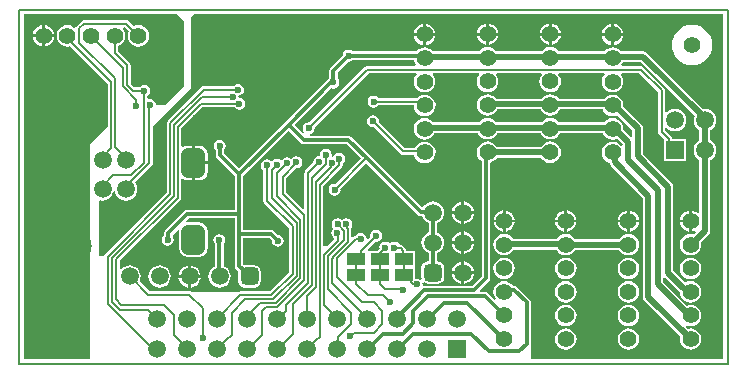
<source format=gbl>
G04*
G04 #@! TF.GenerationSoftware,Altium Limited,Altium Designer,20.1.14 (287)*
G04*
G04 Layer_Physical_Order=2*
G04 Layer_Color=16711680*
%FSLAX43Y43*%
%MOMM*%
G71*
G04*
G04 #@! TF.SameCoordinates,57FBA87C-952B-4BE3-A4A2-45651AB0BD6E*
G04*
G04*
G04 #@! TF.FilePolarity,Positive*
G04*
G01*
G75*
%ADD10C,0.200*%
%ADD26C,1.500*%
%ADD44C,0.500*%
%ADD45C,0.300*%
G04:AMPARAMS|DCode=47|XSize=2mm|YSize=2.5mm|CornerRadius=0.5mm|HoleSize=0mm|Usage=FLASHONLY|Rotation=180.000|XOffset=0mm|YOffset=0mm|HoleType=Round|Shape=RoundedRectangle|*
%AMROUNDEDRECTD47*
21,1,2.000,1.500,0,0,180.0*
21,1,1.000,2.500,0,0,180.0*
1,1,1.000,-0.500,0.750*
1,1,1.000,0.500,0.750*
1,1,1.000,0.500,-0.750*
1,1,1.000,-0.500,-0.750*
%
%ADD47ROUNDEDRECTD47*%
%ADD48C,1.400*%
%ADD49R,1.500X1.500*%
G04:AMPARAMS|DCode=50|XSize=1.5mm|YSize=1.5mm|CornerRadius=0.375mm|HoleSize=0mm|Usage=FLASHONLY|Rotation=90.000|XOffset=0mm|YOffset=0mm|HoleType=Round|Shape=RoundedRectangle|*
%AMROUNDEDRECTD50*
21,1,1.500,0.750,0,0,90.0*
21,1,0.750,1.500,0,0,90.0*
1,1,0.750,0.375,0.375*
1,1,0.750,0.375,-0.375*
1,1,0.750,-0.375,-0.375*
1,1,0.750,-0.375,0.375*
%
%ADD50ROUNDEDRECTD50*%
%ADD51R,1.500X1.500*%
G04:AMPARAMS|DCode=52|XSize=1.5mm|YSize=1.5mm|CornerRadius=0.375mm|HoleSize=0mm|Usage=FLASHONLY|Rotation=180.000|XOffset=0mm|YOffset=0mm|HoleType=Round|Shape=RoundedRectangle|*
%AMROUNDEDRECTD52*
21,1,1.500,0.750,0,0,180.0*
21,1,0.750,1.500,0,0,180.0*
1,1,0.750,-0.375,0.375*
1,1,0.750,0.375,0.375*
1,1,0.750,0.375,-0.375*
1,1,0.750,-0.375,-0.375*
%
%ADD52ROUNDEDRECTD52*%
%ADD53C,3.500*%
%ADD54C,5.000*%
%ADD55C,0.600*%
%ADD56R,1.500X1.000*%
G36*
X14000Y29000D02*
X14000Y23550D01*
X12400Y21950D01*
X11605Y21950D01*
X11571Y22120D01*
X11460Y22285D01*
X11295Y22396D01*
X11100Y22435D01*
X11008Y22416D01*
X10881Y22521D01*
Y22670D01*
X10985Y22740D01*
X11096Y22905D01*
X11135Y23100D01*
X11096Y23295D01*
X10985Y23460D01*
X10820Y23571D01*
X10625Y23610D01*
X10430Y23571D01*
X10265Y23460D01*
X10245Y23431D01*
X9761D01*
X9456Y23736D01*
Y25275D01*
X9433Y25392D01*
X9366Y25491D01*
X8406Y26452D01*
Y26928D01*
X8554Y26989D01*
X8742Y27133D01*
X8886Y27321D01*
X8977Y27540D01*
X9008Y27775D01*
X8977Y28010D01*
X8886Y28229D01*
X8784Y28362D01*
X8835Y28471D01*
X8960Y28483D01*
X9284Y28158D01*
X9223Y28010D01*
X9192Y27775D01*
X9223Y27540D01*
X9314Y27321D01*
X9458Y27133D01*
X9646Y26989D01*
X9865Y26898D01*
X10100Y26867D01*
X10335Y26898D01*
X10554Y26989D01*
X10742Y27133D01*
X10886Y27321D01*
X10977Y27540D01*
X11008Y27775D01*
X10977Y28010D01*
X10886Y28229D01*
X10742Y28417D01*
X10554Y28561D01*
X10335Y28652D01*
X10100Y28683D01*
X9865Y28652D01*
X9717Y28591D01*
X9291Y29016D01*
X9192Y29083D01*
X9075Y29106D01*
X9075Y29106D01*
X5525D01*
X5408Y29083D01*
X5309Y29016D01*
X5309Y29016D01*
X4909Y28616D01*
X4842Y28517D01*
X4838Y28497D01*
X4823Y28484D01*
X4699Y28449D01*
X4554Y28561D01*
X4335Y28652D01*
X4100Y28683D01*
X3865Y28652D01*
X3646Y28561D01*
X3458Y28417D01*
X3314Y28229D01*
X3223Y28010D01*
X3192Y27775D01*
X3223Y27540D01*
X3314Y27321D01*
X3458Y27133D01*
X3646Y26989D01*
X3865Y26898D01*
X4100Y26867D01*
X4335Y26898D01*
X4342Y26901D01*
X7519Y23723D01*
Y20084D01*
X6025Y18579D01*
X6025Y525D01*
X5908Y408D01*
X408D01*
Y29592D01*
X13408D01*
X14000Y29000D01*
D02*
G37*
G36*
X33473Y25665D02*
X33564Y25446D01*
X33632Y25358D01*
X33569Y25231D01*
X29500D01*
X29500Y25231D01*
X29383Y25208D01*
X29284Y25141D01*
X24589Y20447D01*
X24525Y20460D01*
X24330Y20421D01*
X24165Y20310D01*
X24054Y20145D01*
X24015Y19950D01*
X24054Y19755D01*
X24154Y19605D01*
X24055Y19524D01*
X23326Y20254D01*
X26428Y23356D01*
X26430Y23354D01*
X26625Y23315D01*
X26820Y23354D01*
X26985Y23465D01*
X27096Y23630D01*
X27135Y23825D01*
X27096Y24020D01*
X26985Y24185D01*
X26982Y24188D01*
Y24677D01*
X27898Y25593D01*
X27913Y25590D01*
X28108Y25629D01*
X28273Y25740D01*
X28275Y25743D01*
X33463D01*
X33473Y25665D01*
D02*
G37*
G36*
X59592Y408D02*
X43325D01*
Y1531D01*
X43330Y1538D01*
X43357Y1675D01*
Y5200D01*
X43330Y5337D01*
X43325Y5344D01*
Y5350D01*
X43321D01*
X43252Y5452D01*
X42202Y6502D01*
X42087Y6580D01*
X41950Y6607D01*
X41820D01*
X41717Y6742D01*
X41529Y6886D01*
X41310Y6977D01*
X41075Y7008D01*
X40840Y6977D01*
X40621Y6886D01*
X40433Y6742D01*
X40289Y6554D01*
X40198Y6335D01*
X40167Y6100D01*
X40198Y5865D01*
X40289Y5646D01*
X40364Y5548D01*
X40315Y5403D01*
X40265Y5390D01*
X39677Y5977D01*
X39562Y6055D01*
X39425Y6082D01*
X39052D01*
X39004Y6199D01*
X39802Y6998D01*
X39880Y7113D01*
X39907Y7250D01*
Y17048D01*
X39910Y17048D01*
X40129Y17139D01*
X40317Y17283D01*
X40457Y17466D01*
X44193D01*
X44333Y17283D01*
X44521Y17139D01*
X44740Y17048D01*
X44975Y17017D01*
X45210Y17048D01*
X45429Y17139D01*
X45617Y17283D01*
X45761Y17471D01*
X45852Y17690D01*
X45883Y17925D01*
X45852Y18160D01*
X45761Y18379D01*
X45617Y18567D01*
X45429Y18711D01*
X45210Y18802D01*
X44975Y18833D01*
X44740Y18802D01*
X44521Y18711D01*
X44333Y18567D01*
X44193Y18384D01*
X40457D01*
X40317Y18567D01*
X40129Y18711D01*
X39910Y18802D01*
X39675Y18833D01*
X39440Y18802D01*
X39221Y18711D01*
X39033Y18567D01*
X38889Y18379D01*
X38798Y18160D01*
X38767Y17925D01*
X38798Y17690D01*
X38889Y17471D01*
X39033Y17283D01*
X39193Y17160D01*
Y7398D01*
X38377Y6582D01*
X34325D01*
X34284Y6574D01*
X34176Y6682D01*
X34185Y6725D01*
X34157Y6863D01*
X34168Y6873D01*
X34274Y6926D01*
X34436Y6818D01*
X34660Y6774D01*
X35410D01*
X35634Y6818D01*
X35825Y6945D01*
X35952Y7136D01*
X35996Y7360D01*
Y8110D01*
X35952Y8334D01*
X35825Y8525D01*
X35634Y8652D01*
X35410Y8696D01*
X35407D01*
Y9401D01*
X35514Y9445D01*
X35713Y9597D01*
X35865Y9796D01*
X35961Y10027D01*
X35993Y10275D01*
X35961Y10523D01*
X35865Y10754D01*
X35713Y10953D01*
X35514Y11105D01*
X35407Y11149D01*
Y11941D01*
X35514Y11985D01*
X35713Y12137D01*
X35865Y12336D01*
X35961Y12567D01*
X35993Y12815D01*
X35961Y13063D01*
X35865Y13294D01*
X35713Y13493D01*
X35514Y13645D01*
X35283Y13741D01*
X35035Y13773D01*
X34787Y13741D01*
X34556Y13645D01*
X34357Y13493D01*
X34231Y13328D01*
X34084Y13296D01*
X29715Y17665D01*
X28152Y19227D01*
X28037Y19305D01*
X27900Y19332D01*
X24631D01*
X24619Y19459D01*
X24720Y19479D01*
X24885Y19590D01*
X24996Y19755D01*
X25035Y19950D01*
X25022Y20014D01*
X29627Y24619D01*
X33607D01*
X33670Y24492D01*
X33564Y24354D01*
X33473Y24135D01*
X33442Y23900D01*
X33473Y23665D01*
X33564Y23446D01*
X33708Y23258D01*
X33896Y23114D01*
X34115Y23023D01*
X34350Y22992D01*
X34585Y23023D01*
X34804Y23114D01*
X34992Y23258D01*
X35136Y23446D01*
X35227Y23665D01*
X35258Y23900D01*
X35227Y24135D01*
X35136Y24354D01*
X35030Y24492D01*
X35093Y24619D01*
X38913D01*
X38976Y24492D01*
X38889Y24379D01*
X38798Y24160D01*
X38767Y23925D01*
X38798Y23690D01*
X38889Y23471D01*
X39033Y23283D01*
X39221Y23139D01*
X39440Y23048D01*
X39675Y23017D01*
X39910Y23048D01*
X40129Y23139D01*
X40317Y23283D01*
X40461Y23471D01*
X40552Y23690D01*
X40583Y23925D01*
X40552Y24160D01*
X40461Y24379D01*
X40374Y24492D01*
X40437Y24619D01*
X44213D01*
X44276Y24492D01*
X44189Y24379D01*
X44098Y24160D01*
X44067Y23925D01*
X44098Y23690D01*
X44189Y23471D01*
X44333Y23283D01*
X44521Y23139D01*
X44740Y23048D01*
X44975Y23017D01*
X45210Y23048D01*
X45429Y23139D01*
X45617Y23283D01*
X45761Y23471D01*
X45852Y23690D01*
X45883Y23925D01*
X45852Y24160D01*
X45761Y24379D01*
X45674Y24492D01*
X45737Y24619D01*
X49532D01*
X49595Y24492D01*
X49489Y24354D01*
X49398Y24135D01*
X49367Y23900D01*
X49398Y23665D01*
X49489Y23446D01*
X49633Y23258D01*
X49821Y23114D01*
X50040Y23023D01*
X50275Y22992D01*
X50510Y23023D01*
X50729Y23114D01*
X50917Y23258D01*
X51061Y23446D01*
X51152Y23665D01*
X51183Y23900D01*
X51152Y24135D01*
X51061Y24354D01*
X50955Y24492D01*
X51018Y24619D01*
X52523D01*
X54119Y23023D01*
Y19625D01*
X54119Y19625D01*
X54142Y19508D01*
X54209Y19409D01*
X54600Y19017D01*
Y17160D01*
X56500D01*
Y19060D01*
X55310D01*
X55290Y19160D01*
X55223Y19259D01*
X54731Y19752D01*
Y19959D01*
X54851Y20000D01*
X54872Y19972D01*
X55071Y19820D01*
X55302Y19724D01*
X55550Y19692D01*
X55798Y19724D01*
X56029Y19820D01*
X56228Y19972D01*
X56380Y20171D01*
X56476Y20402D01*
X56508Y20650D01*
X56476Y20898D01*
X56380Y21129D01*
X56228Y21328D01*
X56029Y21480D01*
X55798Y21576D01*
X55550Y21608D01*
X55302Y21576D01*
X55071Y21480D01*
X54872Y21328D01*
X54851Y21300D01*
X54731Y21341D01*
Y23150D01*
X54731Y23150D01*
X54708Y23267D01*
X54641Y23366D01*
X52866Y25141D01*
X52767Y25208D01*
X52650Y25231D01*
X52650Y25231D01*
X51056D01*
X50993Y25358D01*
X51061Y25446D01*
X51101Y25541D01*
X52685D01*
X57212Y21014D01*
X57164Y20898D01*
X57132Y20650D01*
X57164Y20402D01*
X57260Y20171D01*
X57412Y19972D01*
X57611Y19820D01*
X57616Y19818D01*
Y18942D01*
X57611Y18940D01*
X57412Y18788D01*
X57260Y18589D01*
X57164Y18358D01*
X57132Y18110D01*
X57164Y17862D01*
X57260Y17631D01*
X57412Y17432D01*
X57611Y17280D01*
X57616Y17278D01*
Y12805D01*
X57489Y12763D01*
X57329Y12886D01*
X57110Y12977D01*
X57000Y12991D01*
Y12100D01*
Y11209D01*
X57110Y11223D01*
X57255Y11283D01*
X57327Y11175D01*
X57123Y10972D01*
X57110Y10977D01*
X56875Y11008D01*
X56640Y10977D01*
X56421Y10886D01*
X56233Y10742D01*
X56089Y10554D01*
X55998Y10335D01*
X55967Y10100D01*
X55998Y9865D01*
X56089Y9646D01*
X56233Y9458D01*
X56421Y9314D01*
X56640Y9223D01*
X56875Y9192D01*
X57110Y9223D01*
X57329Y9314D01*
X57517Y9458D01*
X57661Y9646D01*
X57752Y9865D01*
X57783Y10100D01*
X57756Y10307D01*
X58399Y10951D01*
X58499Y11099D01*
X58534Y11275D01*
Y17266D01*
X58569Y17280D01*
X58768Y17432D01*
X58920Y17631D01*
X59016Y17862D01*
X59048Y18110D01*
X59016Y18358D01*
X58920Y18589D01*
X58768Y18788D01*
X58569Y18940D01*
X58534Y18954D01*
Y19806D01*
X58569Y19820D01*
X58768Y19972D01*
X58920Y20171D01*
X59016Y20402D01*
X59048Y20650D01*
X59016Y20898D01*
X58920Y21129D01*
X58768Y21328D01*
X58569Y21480D01*
X58338Y21576D01*
X58090Y21608D01*
X57936Y21588D01*
X53199Y26324D01*
X53051Y26424D01*
X52875Y26459D01*
X50981D01*
X50917Y26542D01*
X50729Y26686D01*
X50510Y26777D01*
X50275Y26808D01*
X50040Y26777D01*
X49821Y26686D01*
X49633Y26542D01*
X49569Y26459D01*
X45700D01*
X45617Y26567D01*
X45429Y26711D01*
X45210Y26802D01*
X44975Y26833D01*
X44740Y26802D01*
X44521Y26711D01*
X44333Y26567D01*
X44250Y26459D01*
X40400D01*
X40317Y26567D01*
X40129Y26711D01*
X39910Y26802D01*
X39675Y26833D01*
X39440Y26802D01*
X39221Y26711D01*
X39033Y26567D01*
X38950Y26459D01*
X35056D01*
X34992Y26542D01*
X34804Y26686D01*
X34585Y26777D01*
X34350Y26808D01*
X34115Y26777D01*
X33896Y26686D01*
X33708Y26542D01*
X33643Y26457D01*
X28275D01*
X28273Y26460D01*
X28108Y26571D01*
X27913Y26610D01*
X27717Y26571D01*
X27552Y26460D01*
X27442Y26295D01*
X27405Y26109D01*
X26373Y25077D01*
X26295Y24962D01*
X26268Y24825D01*
Y24188D01*
X26265Y24185D01*
X26207Y24099D01*
X26198Y24097D01*
X26083Y24020D01*
X22569Y20506D01*
X18625Y16562D01*
X17357Y17830D01*
Y18087D01*
X17360Y18090D01*
X17471Y18255D01*
X17510Y18450D01*
X17471Y18645D01*
X17360Y18810D01*
X17195Y18921D01*
X17000Y18960D01*
X16805Y18921D01*
X16640Y18810D01*
X16529Y18645D01*
X16490Y18450D01*
X16529Y18255D01*
X16640Y18090D01*
X16643Y18087D01*
Y17683D01*
X16670Y17546D01*
X16748Y17430D01*
X18268Y15910D01*
Y13032D01*
X14250D01*
X14113Y13005D01*
X13998Y12927D01*
X12405Y11335D01*
X12328Y11219D01*
X12301Y11082D01*
Y10926D01*
X12240Y10885D01*
X12129Y10720D01*
X12090Y10525D01*
X12129Y10330D01*
X12240Y10165D01*
X12405Y10054D01*
X12600Y10015D01*
X12795Y10054D01*
X12960Y10165D01*
X13071Y10330D01*
X13110Y10525D01*
X13071Y10720D01*
X13014Y10805D01*
Y10935D01*
X13454Y11374D01*
X13574Y11315D01*
X13569Y11275D01*
Y9775D01*
X13593Y9592D01*
X13664Y9422D01*
X13776Y9276D01*
X13922Y9164D01*
X14092Y9093D01*
X14275Y9069D01*
X15275D01*
X15458Y9093D01*
X15628Y9164D01*
X15774Y9276D01*
X15886Y9422D01*
X15957Y9592D01*
X15981Y9775D01*
Y11275D01*
X15957Y11458D01*
X15886Y11628D01*
X15774Y11774D01*
X15628Y11886D01*
X15458Y11957D01*
X15275Y11981D01*
X14275D01*
X14235Y11976D01*
X14176Y12096D01*
X14398Y12318D01*
X18268D01*
Y10975D01*
Y8295D01*
X18295Y8158D01*
X18373Y8043D01*
X18572Y7843D01*
X18559Y7775D01*
Y7025D01*
X18603Y6801D01*
X18730Y6610D01*
X18921Y6483D01*
X19145Y6439D01*
X19895D01*
X20119Y6483D01*
X20310Y6610D01*
X20437Y6801D01*
X20481Y7025D01*
Y7775D01*
X20437Y7999D01*
X20310Y8190D01*
X20119Y8317D01*
X19895Y8361D01*
X19145D01*
X19077Y8348D01*
X18982Y8443D01*
Y10618D01*
X21227D01*
X21416Y10429D01*
X21415Y10425D01*
X21454Y10230D01*
X21565Y10065D01*
X21730Y9954D01*
X21925Y9915D01*
X22120Y9954D01*
X22285Y10065D01*
X22396Y10230D01*
X22435Y10425D01*
X22396Y10620D01*
X22285Y10785D01*
X22120Y10896D01*
X21925Y10935D01*
X21921Y10934D01*
X21627Y11227D01*
X21512Y11305D01*
X21375Y11332D01*
X18982D01*
Y12675D01*
Y15910D01*
X22821Y19749D01*
X23848Y18723D01*
X23963Y18645D01*
X24100Y18618D01*
X27752D01*
X28957Y17414D01*
X26790Y15247D01*
X26725Y15260D01*
X26530Y15221D01*
X26365Y15110D01*
X26254Y14945D01*
X26215Y14750D01*
X26254Y14555D01*
X26365Y14390D01*
X26530Y14279D01*
X26725Y14240D01*
X26920Y14279D01*
X27085Y14390D01*
X27196Y14555D01*
X27235Y14750D01*
X27222Y14814D01*
X29389Y16981D01*
X33773Y12598D01*
X33888Y12520D01*
X34025Y12493D01*
X34140D01*
X34205Y12336D01*
X34357Y12137D01*
X34556Y11985D01*
X34693Y11928D01*
Y11162D01*
X34556Y11105D01*
X34357Y10953D01*
X34205Y10754D01*
X34109Y10523D01*
X34077Y10275D01*
X34109Y10027D01*
X34205Y9796D01*
X34357Y9597D01*
X34556Y9445D01*
X34693Y9388D01*
Y8696D01*
X34660D01*
X34436Y8652D01*
X34245Y8525D01*
X34118Y8334D01*
X34074Y8110D01*
Y7360D01*
X34108Y7188D01*
X33993Y7114D01*
X33870Y7196D01*
X33675Y7235D01*
X33611Y7222D01*
X33513Y7303D01*
Y8163D01*
Y9562D01*
X32793D01*
Y9596D01*
X32770Y9713D01*
X32704Y9813D01*
X32527Y9990D01*
X32427Y10056D01*
X32310Y10079D01*
X32310Y10079D01*
X32223D01*
X32135Y10210D01*
X31970Y10321D01*
X31775Y10360D01*
X31580Y10321D01*
X31415Y10210D01*
X31385D01*
X31220Y10321D01*
X31025Y10360D01*
X30830Y10321D01*
X30665Y10210D01*
X30554Y10045D01*
X30515Y9850D01*
X30528Y9786D01*
X30334Y9591D01*
X30314Y9562D01*
X29612D01*
Y9562D01*
X29575D01*
X29522Y9689D01*
X30186Y10353D01*
X30250Y10340D01*
X30445Y10379D01*
X30610Y10490D01*
X30721Y10655D01*
X30760Y10850D01*
X30721Y11045D01*
X30610Y11210D01*
X30445Y11321D01*
X30250Y11360D01*
X30055Y11321D01*
X29890Y11210D01*
X29779Y11045D01*
X29740Y10850D01*
X29753Y10786D01*
X29557Y10590D01*
X29423Y10635D01*
X29396Y10770D01*
X29285Y10935D01*
X29120Y11046D01*
X28925Y11085D01*
X28730Y11046D01*
X28565Y10935D01*
X28512Y10857D01*
X28501D01*
X28384Y10833D01*
X28284Y10767D01*
X28284Y10767D01*
X28248Y10731D01*
X28131Y10779D01*
Y11493D01*
X28131Y11493D01*
X28125Y11524D01*
X28185Y11615D01*
X28224Y11810D01*
X28185Y12005D01*
X28075Y12170D01*
X27909Y12281D01*
X27714Y12320D01*
X27519Y12281D01*
X27354Y12170D01*
X27245Y12228D01*
X27168Y12280D01*
X26973Y12319D01*
X26778Y12280D01*
X26613Y12169D01*
X26502Y12004D01*
X26463Y11809D01*
X26502Y11614D01*
X26612Y11450D01*
X26591Y11436D01*
X26480Y11271D01*
X26442Y11076D01*
X26480Y10880D01*
X26591Y10715D01*
X26668Y10664D01*
Y10535D01*
X26095Y9962D01*
X25756D01*
Y15048D01*
X27316Y16609D01*
X27316Y16609D01*
X27383Y16708D01*
X27406Y16825D01*
X27406Y16825D01*
Y16978D01*
X27460Y17015D01*
X27571Y17180D01*
X27610Y17375D01*
X27571Y17570D01*
X27460Y17735D01*
X27295Y17846D01*
X27100Y17885D01*
X26905Y17846D01*
X26740Y17735D01*
X26629Y17570D01*
X26628Y17563D01*
X26578Y17541D01*
X26526Y17564D01*
X26466Y17631D01*
X26485Y17725D01*
X26446Y17920D01*
X26335Y18085D01*
X26170Y18196D01*
X25975Y18235D01*
X25780Y18196D01*
X25615Y18085D01*
X25504Y17920D01*
X25465Y17725D01*
X25475Y17677D01*
X25416Y17619D01*
X25221Y17580D01*
X25056Y17469D01*
X24945Y17304D01*
X24906Y17109D01*
X24919Y17044D01*
X24259Y16384D01*
X24192Y16285D01*
X24169Y16167D01*
X24169Y16167D01*
Y13179D01*
X24052Y13131D01*
X22631Y14552D01*
Y15706D01*
X23488Y16563D01*
X23674Y16600D01*
X23839Y16711D01*
X23950Y16876D01*
X23989Y17071D01*
X23950Y17266D01*
X23839Y17432D01*
X23674Y17542D01*
X23479Y17581D01*
X23284Y17542D01*
X23118Y17432D01*
X23064Y17350D01*
X22920Y17446D01*
X22725Y17485D01*
X22530Y17446D01*
X22365Y17335D01*
X22337Y17295D01*
X22173Y17277D01*
X22070Y17346D01*
X21875Y17385D01*
X21680Y17346D01*
X21515Y17235D01*
X21483Y17188D01*
X21347Y17170D01*
X21195Y17271D01*
X21000Y17310D01*
X20805Y17271D01*
X20640Y17160D01*
X20529Y16995D01*
X20490Y16800D01*
X20529Y16605D01*
X20640Y16440D01*
X20694Y16403D01*
Y13825D01*
X20694Y13825D01*
X20717Y13708D01*
X20784Y13609D01*
X22869Y11523D01*
Y7777D01*
X21223Y6131D01*
X18750D01*
X18750Y6131D01*
X18633Y6108D01*
X18547Y6050D01*
X14658D01*
X14616Y6091D01*
X14517Y6158D01*
X14400Y6181D01*
X14400Y6181D01*
X11052D01*
X10226Y7007D01*
X10286Y7152D01*
X10318Y7400D01*
X10286Y7648D01*
X10190Y7879D01*
X10038Y8078D01*
X9839Y8230D01*
X9608Y8326D01*
X9360Y8358D01*
X9112Y8326D01*
X8881Y8230D01*
X8682Y8078D01*
X8651Y8037D01*
X8531Y8078D01*
Y8723D01*
X13666Y13859D01*
X13666Y13859D01*
X13733Y13958D01*
X13756Y14075D01*
Y15631D01*
X13883Y15694D01*
X13922Y15664D01*
X14092Y15593D01*
X14275Y15569D01*
X14650D01*
Y17025D01*
Y18481D01*
X14275D01*
X14092Y18457D01*
X13922Y18386D01*
X13883Y18356D01*
X13756Y18419D01*
Y19948D01*
X15527Y21719D01*
X18253D01*
X18290Y21665D01*
X18455Y21554D01*
X18650Y21515D01*
X18845Y21554D01*
X19010Y21665D01*
X19121Y21830D01*
X19160Y22025D01*
X19121Y22220D01*
X19010Y22385D01*
X18845Y22496D01*
X18729Y22519D01*
X18611Y22576D01*
X18586Y22698D01*
X18746Y22730D01*
X18911Y22841D01*
X19022Y23006D01*
X19061Y23201D01*
X19022Y23396D01*
X18911Y23562D01*
X18746Y23672D01*
X18551Y23711D01*
X18356Y23672D01*
X18190Y23562D01*
X18170Y23531D01*
X15640D01*
X15640Y23531D01*
X15523Y23508D01*
X15424Y23441D01*
X12584Y20601D01*
X12517Y20502D01*
X12494Y20385D01*
X12494Y20385D01*
Y14471D01*
X7309Y9286D01*
X7242Y9186D01*
X7225Y9100D01*
X6750D01*
Y13758D01*
X6877Y13843D01*
X7075Y13817D01*
X7323Y13849D01*
X7554Y13945D01*
X7753Y14097D01*
X7905Y14296D01*
X8001Y14527D01*
X8011Y14606D01*
X8139D01*
X8149Y14527D01*
X8245Y14296D01*
X8397Y14097D01*
X8596Y13945D01*
X8827Y13849D01*
X9075Y13817D01*
X9323Y13849D01*
X9554Y13945D01*
X9753Y14097D01*
X9905Y14296D01*
X10001Y14527D01*
X10033Y14775D01*
X10001Y15023D01*
X9905Y15254D01*
X9814Y15372D01*
X11266Y16824D01*
X11266Y16824D01*
X11333Y16923D01*
X11356Y17040D01*
X11356Y17040D01*
Y20181D01*
X14575Y23400D01*
X14575Y29325D01*
X14842Y29592D01*
X59592D01*
Y408D01*
D02*
G37*
%LPC*%
G36*
X2225Y28666D02*
Y27900D01*
X2991D01*
X2977Y28010D01*
X2886Y28229D01*
X2742Y28417D01*
X2554Y28561D01*
X2335Y28652D01*
X2225Y28666D01*
D02*
G37*
G36*
X1975D02*
X1865Y28652D01*
X1646Y28561D01*
X1458Y28417D01*
X1314Y28229D01*
X1223Y28010D01*
X1209Y27900D01*
X1975D01*
Y28666D01*
D02*
G37*
G36*
X2991Y27650D02*
X2225D01*
Y26884D01*
X2335Y26898D01*
X2554Y26989D01*
X2742Y27133D01*
X2886Y27321D01*
X2977Y27540D01*
X2991Y27650D01*
D02*
G37*
G36*
X1975D02*
X1209D01*
X1223Y27540D01*
X1314Y27321D01*
X1458Y27133D01*
X1646Y26989D01*
X1865Y26898D01*
X1975Y26884D01*
Y27650D01*
D02*
G37*
G36*
X45100Y28816D02*
Y28050D01*
X45866D01*
X45852Y28160D01*
X45761Y28379D01*
X45617Y28567D01*
X45429Y28711D01*
X45210Y28802D01*
X45100Y28816D01*
D02*
G37*
G36*
X44850D02*
X44740Y28802D01*
X44521Y28711D01*
X44333Y28567D01*
X44189Y28379D01*
X44098Y28160D01*
X44084Y28050D01*
X44850D01*
Y28816D01*
D02*
G37*
G36*
X39800D02*
Y28050D01*
X40566D01*
X40552Y28160D01*
X40461Y28379D01*
X40317Y28567D01*
X40129Y28711D01*
X39910Y28802D01*
X39800Y28816D01*
D02*
G37*
G36*
X39550D02*
X39440Y28802D01*
X39221Y28711D01*
X39033Y28567D01*
X38889Y28379D01*
X38798Y28160D01*
X38784Y28050D01*
X39550D01*
Y28816D01*
D02*
G37*
G36*
X50400Y28791D02*
Y28025D01*
X51166D01*
X51152Y28135D01*
X51061Y28354D01*
X50917Y28542D01*
X50729Y28686D01*
X50510Y28777D01*
X50400Y28791D01*
D02*
G37*
G36*
X50150D02*
X50040Y28777D01*
X49821Y28686D01*
X49633Y28542D01*
X49489Y28354D01*
X49398Y28135D01*
X49384Y28025D01*
X50150D01*
Y28791D01*
D02*
G37*
G36*
X34475D02*
Y28025D01*
X35241D01*
X35227Y28135D01*
X35136Y28354D01*
X34992Y28542D01*
X34804Y28686D01*
X34585Y28777D01*
X34475Y28791D01*
D02*
G37*
G36*
X34225D02*
X34115Y28777D01*
X33896Y28686D01*
X33708Y28542D01*
X33564Y28354D01*
X33473Y28135D01*
X33459Y28025D01*
X34225D01*
Y28791D01*
D02*
G37*
G36*
X40566Y27800D02*
X39800D01*
Y27034D01*
X39910Y27048D01*
X40129Y27139D01*
X40317Y27283D01*
X40461Y27471D01*
X40552Y27690D01*
X40566Y27800D01*
D02*
G37*
G36*
X45866Y27800D02*
X45100D01*
Y27034D01*
X45210Y27048D01*
X45429Y27139D01*
X45617Y27283D01*
X45761Y27471D01*
X45852Y27690D01*
X45866Y27800D01*
D02*
G37*
G36*
X44850D02*
X44084D01*
X44098Y27690D01*
X44189Y27471D01*
X44333Y27283D01*
X44521Y27139D01*
X44740Y27048D01*
X44850Y27034D01*
Y27800D01*
D02*
G37*
G36*
X39550Y27800D02*
X38784D01*
X38798Y27690D01*
X38889Y27471D01*
X39033Y27283D01*
X39221Y27139D01*
X39440Y27048D01*
X39550Y27034D01*
Y27800D01*
D02*
G37*
G36*
X50150Y27775D02*
X49384D01*
X49398Y27665D01*
X49489Y27446D01*
X49633Y27258D01*
X49821Y27114D01*
X50040Y27023D01*
X50150Y27009D01*
Y27775D01*
D02*
G37*
G36*
X34225Y27775D02*
X33459D01*
X33473Y27665D01*
X33564Y27446D01*
X33708Y27258D01*
X33896Y27114D01*
X34115Y27023D01*
X34225Y27009D01*
Y27775D01*
D02*
G37*
G36*
X35241D02*
X34475D01*
Y27009D01*
X34585Y27023D01*
X34804Y27114D01*
X34992Y27258D01*
X35136Y27446D01*
X35227Y27665D01*
X35241Y27775D01*
D02*
G37*
G36*
X51166Y27775D02*
X50400D01*
Y27009D01*
X50510Y27023D01*
X50729Y27114D01*
X50917Y27258D01*
X51061Y27446D01*
X51152Y27665D01*
X51166Y27775D01*
D02*
G37*
G36*
X57000Y28708D02*
X56667Y28675D01*
X56346Y28578D01*
X56051Y28420D01*
X55792Y28208D01*
X55580Y27949D01*
X55422Y27654D01*
X55325Y27333D01*
X55292Y27000D01*
X55325Y26667D01*
X55422Y26346D01*
X55580Y26051D01*
X55792Y25792D01*
X56051Y25580D01*
X56346Y25422D01*
X56667Y25325D01*
X57000Y25292D01*
X57333Y25325D01*
X57654Y25422D01*
X57949Y25580D01*
X58208Y25792D01*
X58420Y26051D01*
X58578Y26346D01*
X58675Y26667D01*
X58708Y27000D01*
X58675Y27333D01*
X58578Y27654D01*
X58420Y27949D01*
X58208Y28208D01*
X57949Y28420D01*
X57654Y28578D01*
X57333Y28675D01*
X57000Y28708D01*
D02*
G37*
G36*
X34350Y22808D02*
X34115Y22777D01*
X33896Y22686D01*
X33708Y22542D01*
X33680Y22506D01*
X30422D01*
X30385Y22560D01*
X30220Y22671D01*
X30025Y22710D01*
X29830Y22671D01*
X29665Y22560D01*
X29554Y22395D01*
X29515Y22200D01*
X29554Y22005D01*
X29665Y21840D01*
X29830Y21729D01*
X30025Y21690D01*
X30220Y21729D01*
X30385Y21840D01*
X30422Y21894D01*
X33443D01*
X33473Y21665D01*
X33564Y21446D01*
X33708Y21258D01*
X33896Y21114D01*
X34115Y21023D01*
X34350Y20992D01*
X34585Y21023D01*
X34804Y21114D01*
X34992Y21258D01*
X35136Y21446D01*
X35227Y21665D01*
X35249Y21832D01*
X35283Y21883D01*
X35306Y22000D01*
X35283Y22117D01*
X35216Y22216D01*
X35177Y22256D01*
X35136Y22354D01*
X34992Y22542D01*
X34804Y22686D01*
X34585Y22777D01*
X34350Y22808D01*
D02*
G37*
G36*
X44975Y22833D02*
X44740Y22802D01*
X44521Y22711D01*
X44333Y22567D01*
X44250Y22459D01*
X40500D01*
X40413Y22442D01*
X40317Y22567D01*
X40129Y22711D01*
X39910Y22802D01*
X39675Y22833D01*
X39440Y22802D01*
X39221Y22711D01*
X39033Y22567D01*
X38889Y22379D01*
X38798Y22160D01*
X38767Y21925D01*
X38798Y21690D01*
X38889Y21471D01*
X39033Y21283D01*
X39221Y21139D01*
X39440Y21048D01*
X39675Y21017D01*
X39910Y21048D01*
X40129Y21139D01*
X40317Y21283D01*
X40461Y21471D01*
X40491Y21543D01*
X40500Y21541D01*
X44160D01*
X44189Y21471D01*
X44333Y21283D01*
X44521Y21139D01*
X44740Y21048D01*
X44975Y21017D01*
X45210Y21048D01*
X45429Y21139D01*
X45617Y21283D01*
X45761Y21471D01*
X45790Y21541D01*
X49449D01*
X49489Y21446D01*
X49633Y21258D01*
X49821Y21114D01*
X50040Y21023D01*
X50275Y20992D01*
X50510Y21023D01*
X50611Y21065D01*
X51916Y19760D01*
Y19287D01*
X51789Y19235D01*
X51176Y19848D01*
X51183Y19900D01*
X51152Y20135D01*
X51061Y20354D01*
X50917Y20542D01*
X50729Y20686D01*
X50510Y20777D01*
X50275Y20808D01*
X50040Y20777D01*
X49821Y20686D01*
X49633Y20542D01*
X49569Y20459D01*
X45700D01*
X45617Y20567D01*
X45429Y20711D01*
X45210Y20802D01*
X44975Y20833D01*
X44740Y20802D01*
X44521Y20711D01*
X44333Y20567D01*
X44250Y20459D01*
X40400D01*
X40317Y20567D01*
X40129Y20711D01*
X39910Y20802D01*
X39675Y20833D01*
X39440Y20802D01*
X39221Y20711D01*
X39033Y20567D01*
X38950Y20459D01*
X35056D01*
X34992Y20542D01*
X34804Y20686D01*
X34585Y20777D01*
X34350Y20808D01*
X34115Y20777D01*
X33896Y20686D01*
X33708Y20542D01*
X33564Y20354D01*
X33473Y20135D01*
X33442Y19900D01*
X33473Y19665D01*
X33564Y19446D01*
X33708Y19258D01*
X33896Y19114D01*
X34115Y19023D01*
X34350Y18992D01*
X34585Y19023D01*
X34804Y19114D01*
X34992Y19258D01*
X35136Y19446D01*
X35176Y19541D01*
X38860D01*
X38889Y19471D01*
X39033Y19283D01*
X39221Y19139D01*
X39440Y19048D01*
X39675Y19017D01*
X39910Y19048D01*
X40129Y19139D01*
X40317Y19283D01*
X40461Y19471D01*
X40490Y19541D01*
X44160D01*
X44189Y19471D01*
X44333Y19283D01*
X44521Y19139D01*
X44740Y19048D01*
X44975Y19017D01*
X45210Y19048D01*
X45429Y19139D01*
X45617Y19283D01*
X45761Y19471D01*
X45790Y19541D01*
X49449D01*
X49489Y19446D01*
X49633Y19258D01*
X49821Y19114D01*
X50040Y19023D01*
X50275Y18992D01*
X50510Y19023D01*
X50646Y19080D01*
X51116Y18610D01*
Y18491D01*
X50989Y18448D01*
X50917Y18542D01*
X50729Y18686D01*
X50510Y18777D01*
X50275Y18808D01*
X50040Y18777D01*
X49821Y18686D01*
X49633Y18542D01*
X49489Y18354D01*
X49398Y18135D01*
X49367Y17900D01*
X49398Y17665D01*
X49489Y17446D01*
X49633Y17258D01*
X49821Y17114D01*
X50001Y17039D01*
X50023Y16927D01*
X50123Y16778D01*
X52841Y14060D01*
Y5675D01*
X52876Y5499D01*
X52976Y5351D01*
X55997Y2329D01*
X55967Y2100D01*
X55998Y1865D01*
X56089Y1646D01*
X56233Y1458D01*
X56421Y1314D01*
X56640Y1223D01*
X56875Y1192D01*
X57110Y1223D01*
X57329Y1314D01*
X57517Y1458D01*
X57661Y1646D01*
X57752Y1865D01*
X57783Y2100D01*
X57752Y2335D01*
X57661Y2554D01*
X57517Y2742D01*
X57329Y2886D01*
X57110Y2977D01*
X56875Y3008D01*
X56646Y2978D01*
X56466Y3158D01*
X56538Y3265D01*
X56640Y3223D01*
X56875Y3192D01*
X57110Y3223D01*
X57329Y3314D01*
X57517Y3458D01*
X57661Y3646D01*
X57752Y3865D01*
X57783Y4100D01*
X57752Y4335D01*
X57661Y4554D01*
X57517Y4742D01*
X57329Y4886D01*
X57110Y4977D01*
X56875Y5008D01*
X56640Y4977D01*
X56557Y4942D01*
X54559Y6940D01*
Y7263D01*
X54686Y7315D01*
X55863Y6138D01*
X55972Y6066D01*
X55998Y5865D01*
X56089Y5646D01*
X56233Y5458D01*
X56421Y5314D01*
X56640Y5223D01*
X56875Y5192D01*
X57110Y5223D01*
X57329Y5314D01*
X57517Y5458D01*
X57661Y5646D01*
X57752Y5865D01*
X57783Y6100D01*
X57752Y6335D01*
X57661Y6554D01*
X57517Y6742D01*
X57329Y6886D01*
X57110Y6977D01*
X56875Y7008D01*
X56640Y6977D01*
X56430Y6890D01*
X56404Y6895D01*
X55409Y7890D01*
Y15000D01*
X55374Y15176D01*
X55274Y15324D01*
X52834Y17765D01*
Y19950D01*
X52799Y20126D01*
X52699Y20274D01*
X51170Y21804D01*
X51183Y21900D01*
X51152Y22135D01*
X51061Y22354D01*
X50917Y22542D01*
X50729Y22686D01*
X50510Y22777D01*
X50275Y22808D01*
X50040Y22777D01*
X49821Y22686D01*
X49633Y22542D01*
X49569Y22459D01*
X45700D01*
X45617Y22567D01*
X45429Y22711D01*
X45210Y22802D01*
X44975Y22833D01*
D02*
G37*
G36*
X15275Y18481D02*
X14900D01*
Y17150D01*
X15981D01*
Y17775D01*
X15957Y17958D01*
X15886Y18128D01*
X15774Y18274D01*
X15628Y18386D01*
X15458Y18457D01*
X15275Y18481D01*
D02*
G37*
G36*
X29975Y21060D02*
X29780Y21021D01*
X29615Y20910D01*
X29504Y20745D01*
X29465Y20550D01*
X29504Y20355D01*
X29615Y20190D01*
X29780Y20079D01*
X29975Y20040D01*
X30039Y20053D01*
X32309Y17784D01*
X32309Y17784D01*
X32408Y17717D01*
X32525Y17694D01*
X33469D01*
X33473Y17665D01*
X33564Y17446D01*
X33708Y17258D01*
X33896Y17114D01*
X34115Y17023D01*
X34350Y16992D01*
X34585Y17023D01*
X34804Y17114D01*
X34992Y17258D01*
X35136Y17446D01*
X35227Y17665D01*
X35249Y17832D01*
X35283Y17883D01*
X35306Y18000D01*
X35283Y18117D01*
X35216Y18216D01*
X35184Y18238D01*
X35136Y18354D01*
X34992Y18542D01*
X34804Y18686D01*
X34585Y18777D01*
X34350Y18808D01*
X34115Y18777D01*
X33896Y18686D01*
X33708Y18542D01*
X33564Y18354D01*
X33544Y18306D01*
X32652D01*
X30472Y20486D01*
X30485Y20550D01*
X30446Y20745D01*
X30335Y20910D01*
X30170Y21021D01*
X29975Y21060D01*
D02*
G37*
G36*
X15981Y16900D02*
X14900D01*
Y15569D01*
X15275D01*
X15458Y15593D01*
X15628Y15664D01*
X15774Y15776D01*
X15886Y15922D01*
X15957Y16092D01*
X15981Y16275D01*
Y16900D01*
D02*
G37*
G36*
X37700Y13757D02*
Y12940D01*
X38517D01*
X38501Y13063D01*
X38405Y13294D01*
X38253Y13493D01*
X38054Y13645D01*
X37823Y13741D01*
X37700Y13757D01*
D02*
G37*
G36*
X37450Y13757D02*
X37327Y13741D01*
X37096Y13645D01*
X36897Y13493D01*
X36745Y13294D01*
X36649Y13063D01*
X36633Y12940D01*
X37450D01*
Y13757D01*
D02*
G37*
G36*
X46425Y12991D02*
Y12225D01*
X47191D01*
X47177Y12335D01*
X47086Y12554D01*
X46942Y12742D01*
X46754Y12886D01*
X46535Y12977D01*
X46425Y12991D01*
D02*
G37*
G36*
X46175D02*
X46065Y12977D01*
X45846Y12886D01*
X45658Y12742D01*
X45514Y12554D01*
X45423Y12335D01*
X45409Y12225D01*
X46175D01*
Y12991D01*
D02*
G37*
G36*
X51725D02*
Y12225D01*
X52491D01*
X52477Y12335D01*
X52386Y12554D01*
X52242Y12742D01*
X52054Y12886D01*
X51835Y12977D01*
X51725Y12991D01*
D02*
G37*
G36*
X51475D02*
X51365Y12977D01*
X51146Y12886D01*
X50958Y12742D01*
X50814Y12554D01*
X50723Y12335D01*
X50709Y12225D01*
X51475D01*
Y12991D01*
D02*
G37*
G36*
X41200D02*
Y12225D01*
X41966D01*
X41952Y12335D01*
X41861Y12554D01*
X41717Y12742D01*
X41529Y12886D01*
X41310Y12977D01*
X41200Y12991D01*
D02*
G37*
G36*
X56750D02*
X56640Y12977D01*
X56421Y12886D01*
X56233Y12742D01*
X56089Y12554D01*
X55998Y12335D01*
X55984Y12225D01*
X56750D01*
Y12991D01*
D02*
G37*
G36*
X40950D02*
X40840Y12977D01*
X40621Y12886D01*
X40433Y12742D01*
X40289Y12554D01*
X40198Y12335D01*
X40184Y12225D01*
X40950D01*
Y12991D01*
D02*
G37*
G36*
X37450Y12690D02*
X36633D01*
X36649Y12567D01*
X36745Y12336D01*
X36897Y12137D01*
X37096Y11985D01*
X37327Y11889D01*
X37450Y11873D01*
Y12690D01*
D02*
G37*
G36*
X38517D02*
X37700D01*
Y11873D01*
X37823Y11889D01*
X38054Y11985D01*
X38253Y12137D01*
X38405Y12336D01*
X38501Y12567D01*
X38517Y12690D01*
D02*
G37*
G36*
X46175Y11975D02*
X45409D01*
X45423Y11865D01*
X45514Y11646D01*
X45658Y11458D01*
X45846Y11314D01*
X46065Y11223D01*
X46175Y11209D01*
Y11975D01*
D02*
G37*
G36*
X51475Y11975D02*
X50709D01*
X50723Y11865D01*
X50814Y11646D01*
X50958Y11458D01*
X51146Y11314D01*
X51365Y11223D01*
X51475Y11209D01*
Y11975D01*
D02*
G37*
G36*
X41966Y11975D02*
X41200D01*
Y11209D01*
X41310Y11223D01*
X41529Y11314D01*
X41717Y11458D01*
X41861Y11646D01*
X41952Y11865D01*
X41966Y11975D01*
D02*
G37*
G36*
X56750D02*
X55984D01*
X55998Y11865D01*
X56089Y11646D01*
X56233Y11458D01*
X56421Y11314D01*
X56640Y11223D01*
X56750Y11209D01*
Y11975D01*
D02*
G37*
G36*
X40950D02*
X40184D01*
X40198Y11865D01*
X40289Y11646D01*
X40433Y11458D01*
X40621Y11314D01*
X40840Y11223D01*
X40950Y11209D01*
Y11975D01*
D02*
G37*
G36*
X52491Y11975D02*
X51725D01*
Y11209D01*
X51835Y11223D01*
X52054Y11314D01*
X52242Y11458D01*
X52386Y11646D01*
X52477Y11865D01*
X52491Y11975D01*
D02*
G37*
G36*
X47191Y11975D02*
X46425D01*
Y11209D01*
X46535Y11223D01*
X46754Y11314D01*
X46942Y11458D01*
X47086Y11646D01*
X47177Y11865D01*
X47191Y11975D01*
D02*
G37*
G36*
X51600Y11008D02*
X51365Y10977D01*
X51146Y10886D01*
X50958Y10742D01*
X50818Y10559D01*
X47082D01*
X46942Y10742D01*
X46754Y10886D01*
X46535Y10977D01*
X46300Y11008D01*
X46065Y10977D01*
X45846Y10886D01*
X45658Y10742D01*
X45537Y10584D01*
X41838D01*
X41717Y10742D01*
X41529Y10886D01*
X41310Y10977D01*
X41075Y11008D01*
X40840Y10977D01*
X40621Y10886D01*
X40433Y10742D01*
X40289Y10554D01*
X40198Y10335D01*
X40167Y10100D01*
X40198Y9865D01*
X40289Y9646D01*
X40433Y9458D01*
X40621Y9314D01*
X40840Y9223D01*
X41075Y9192D01*
X41310Y9223D01*
X41529Y9314D01*
X41717Y9458D01*
X41861Y9646D01*
X41869Y9666D01*
X45506D01*
X45514Y9646D01*
X45658Y9458D01*
X45846Y9314D01*
X46065Y9223D01*
X46300Y9192D01*
X46535Y9223D01*
X46754Y9314D01*
X46942Y9458D01*
X47082Y9641D01*
X50818D01*
X50958Y9458D01*
X51146Y9314D01*
X51365Y9223D01*
X51600Y9192D01*
X51835Y9223D01*
X52054Y9314D01*
X52242Y9458D01*
X52386Y9646D01*
X52477Y9865D01*
X52508Y10100D01*
X52477Y10335D01*
X52386Y10554D01*
X52242Y10742D01*
X52054Y10886D01*
X51835Y10977D01*
X51600Y11008D01*
D02*
G37*
G36*
X37700Y11217D02*
Y10400D01*
X38517D01*
X38501Y10523D01*
X38405Y10754D01*
X38253Y10953D01*
X38054Y11105D01*
X37823Y11201D01*
X37700Y11217D01*
D02*
G37*
G36*
X37450Y11217D02*
X37327Y11201D01*
X37096Y11105D01*
X36897Y10953D01*
X36745Y10754D01*
X36649Y10523D01*
X36633Y10400D01*
X37450D01*
Y11217D01*
D02*
G37*
G36*
Y10150D02*
X36633D01*
X36649Y10027D01*
X36745Y9796D01*
X36897Y9597D01*
X37096Y9445D01*
X37327Y9349D01*
X37450Y9333D01*
Y10150D01*
D02*
G37*
G36*
X38517D02*
X37700D01*
Y9333D01*
X37823Y9349D01*
X38054Y9445D01*
X38253Y9597D01*
X38405Y9796D01*
X38501Y10027D01*
X38517Y10150D01*
D02*
G37*
G36*
X37700Y8677D02*
Y7860D01*
X38517D01*
X38501Y7983D01*
X38405Y8214D01*
X38253Y8413D01*
X38054Y8565D01*
X37823Y8661D01*
X37700Y8677D01*
D02*
G37*
G36*
X37450Y8677D02*
X37327Y8661D01*
X37096Y8565D01*
X36897Y8413D01*
X36745Y8214D01*
X36649Y7983D01*
X36633Y7860D01*
X37450D01*
Y8677D01*
D02*
G37*
G36*
X14565Y8342D02*
Y7525D01*
X15382D01*
X15366Y7648D01*
X15270Y7879D01*
X15118Y8078D01*
X14919Y8230D01*
X14688Y8326D01*
X14565Y8342D01*
D02*
G37*
G36*
X14315D02*
X14192Y8326D01*
X13961Y8230D01*
X13762Y8078D01*
X13610Y7879D01*
X13514Y7648D01*
X13498Y7525D01*
X14315D01*
Y8342D01*
D02*
G37*
G36*
X56875Y9008D02*
X56640Y8977D01*
X56421Y8886D01*
X56233Y8742D01*
X56089Y8554D01*
X55998Y8335D01*
X55967Y8100D01*
X55998Y7865D01*
X56089Y7646D01*
X56233Y7458D01*
X56421Y7314D01*
X56640Y7223D01*
X56875Y7192D01*
X57110Y7223D01*
X57329Y7314D01*
X57517Y7458D01*
X57661Y7646D01*
X57752Y7865D01*
X57783Y8100D01*
X57752Y8335D01*
X57661Y8554D01*
X57517Y8742D01*
X57329Y8886D01*
X57110Y8977D01*
X56875Y9008D01*
D02*
G37*
G36*
X51600D02*
X51365Y8977D01*
X51146Y8886D01*
X50958Y8742D01*
X50814Y8554D01*
X50723Y8335D01*
X50692Y8100D01*
X50723Y7865D01*
X50814Y7646D01*
X50958Y7458D01*
X51146Y7314D01*
X51365Y7223D01*
X51600Y7192D01*
X51835Y7223D01*
X52054Y7314D01*
X52242Y7458D01*
X52386Y7646D01*
X52477Y7865D01*
X52508Y8100D01*
X52477Y8335D01*
X52386Y8554D01*
X52242Y8742D01*
X52054Y8886D01*
X51835Y8977D01*
X51600Y9008D01*
D02*
G37*
G36*
X46300D02*
X46065Y8977D01*
X45846Y8886D01*
X45658Y8742D01*
X45514Y8554D01*
X45423Y8335D01*
X45392Y8100D01*
X45423Y7865D01*
X45514Y7646D01*
X45658Y7458D01*
X45846Y7314D01*
X46065Y7223D01*
X46300Y7192D01*
X46535Y7223D01*
X46754Y7314D01*
X46942Y7458D01*
X47086Y7646D01*
X47177Y7865D01*
X47208Y8100D01*
X47177Y8335D01*
X47086Y8554D01*
X46942Y8742D01*
X46754Y8886D01*
X46535Y8977D01*
X46300Y9008D01*
D02*
G37*
G36*
X41075D02*
X40840Y8977D01*
X40621Y8886D01*
X40433Y8742D01*
X40289Y8554D01*
X40198Y8335D01*
X40167Y8100D01*
X40198Y7865D01*
X40289Y7646D01*
X40433Y7458D01*
X40621Y7314D01*
X40840Y7223D01*
X41075Y7192D01*
X41310Y7223D01*
X41529Y7314D01*
X41717Y7458D01*
X41861Y7646D01*
X41952Y7865D01*
X41983Y8100D01*
X41952Y8335D01*
X41861Y8554D01*
X41717Y8742D01*
X41529Y8886D01*
X41310Y8977D01*
X41075Y9008D01*
D02*
G37*
G36*
X37450Y7610D02*
X36633D01*
X36649Y7487D01*
X36745Y7256D01*
X36897Y7057D01*
X37096Y6905D01*
X37327Y6809D01*
X37450Y6793D01*
Y7610D01*
D02*
G37*
G36*
X38517D02*
X37700D01*
Y6793D01*
X37823Y6809D01*
X38054Y6905D01*
X38253Y7057D01*
X38405Y7256D01*
X38501Y7487D01*
X38517Y7610D01*
D02*
G37*
G36*
X15382Y7275D02*
X14565D01*
Y6458D01*
X14688Y6474D01*
X14919Y6570D01*
X15118Y6722D01*
X15270Y6921D01*
X15366Y7152D01*
X15382Y7275D01*
D02*
G37*
G36*
X14315D02*
X13498D01*
X13514Y7152D01*
X13610Y6921D01*
X13762Y6722D01*
X13961Y6570D01*
X14192Y6474D01*
X14315Y6458D01*
Y7275D01*
D02*
G37*
G36*
X16975Y10985D02*
X16780Y10946D01*
X16615Y10835D01*
X16504Y10670D01*
X16465Y10475D01*
X16504Y10280D01*
X16615Y10115D01*
X16618Y10112D01*
Y8278D01*
X16501Y8230D01*
X16302Y8078D01*
X16150Y7879D01*
X16054Y7648D01*
X16022Y7400D01*
X16054Y7152D01*
X16150Y6921D01*
X16302Y6722D01*
X16501Y6570D01*
X16732Y6474D01*
X16980Y6442D01*
X17228Y6474D01*
X17459Y6570D01*
X17658Y6722D01*
X17810Y6921D01*
X17906Y7152D01*
X17938Y7400D01*
X17906Y7648D01*
X17810Y7879D01*
X17658Y8078D01*
X17459Y8230D01*
X17332Y8283D01*
Y10112D01*
X17335Y10115D01*
X17446Y10280D01*
X17485Y10475D01*
X17446Y10670D01*
X17335Y10835D01*
X17170Y10946D01*
X16975Y10985D01*
D02*
G37*
G36*
X11900Y8358D02*
X11652Y8326D01*
X11421Y8230D01*
X11222Y8078D01*
X11070Y7879D01*
X10974Y7648D01*
X10942Y7400D01*
X10974Y7152D01*
X11070Y6921D01*
X11222Y6722D01*
X11421Y6570D01*
X11652Y6474D01*
X11900Y6442D01*
X12148Y6474D01*
X12379Y6570D01*
X12578Y6722D01*
X12730Y6921D01*
X12826Y7152D01*
X12858Y7400D01*
X12826Y7648D01*
X12730Y7879D01*
X12578Y8078D01*
X12379Y8230D01*
X12148Y8326D01*
X11900Y8358D01*
D02*
G37*
G36*
X51600Y7008D02*
X51365Y6977D01*
X51146Y6886D01*
X50958Y6742D01*
X50814Y6554D01*
X50723Y6335D01*
X50692Y6100D01*
X50723Y5865D01*
X50814Y5646D01*
X50958Y5458D01*
X51146Y5314D01*
X51365Y5223D01*
X51600Y5192D01*
X51835Y5223D01*
X52054Y5314D01*
X52242Y5458D01*
X52386Y5646D01*
X52477Y5865D01*
X52508Y6100D01*
X52477Y6335D01*
X52386Y6554D01*
X52242Y6742D01*
X52054Y6886D01*
X51835Y6977D01*
X51600Y7008D01*
D02*
G37*
G36*
X46300D02*
X46065Y6977D01*
X45846Y6886D01*
X45658Y6742D01*
X45514Y6554D01*
X45423Y6335D01*
X45392Y6100D01*
X45423Y5865D01*
X45514Y5646D01*
X45658Y5458D01*
X45846Y5314D01*
X46065Y5223D01*
X46300Y5192D01*
X46535Y5223D01*
X46754Y5314D01*
X46942Y5458D01*
X47086Y5646D01*
X47177Y5865D01*
X47208Y6100D01*
X47177Y6335D01*
X47086Y6554D01*
X46942Y6742D01*
X46754Y6886D01*
X46535Y6977D01*
X46300Y7008D01*
D02*
G37*
G36*
X51600Y5008D02*
X51365Y4977D01*
X51146Y4886D01*
X50958Y4742D01*
X50814Y4554D01*
X50723Y4335D01*
X50692Y4100D01*
X50723Y3865D01*
X50814Y3646D01*
X50958Y3458D01*
X51146Y3314D01*
X51365Y3223D01*
X51600Y3192D01*
X51835Y3223D01*
X52054Y3314D01*
X52242Y3458D01*
X52386Y3646D01*
X52477Y3865D01*
X52508Y4100D01*
X52477Y4335D01*
X52386Y4554D01*
X52242Y4742D01*
X52054Y4886D01*
X51835Y4977D01*
X51600Y5008D01*
D02*
G37*
G36*
X46300D02*
X46065Y4977D01*
X45846Y4886D01*
X45658Y4742D01*
X45514Y4554D01*
X45423Y4335D01*
X45392Y4100D01*
X45423Y3865D01*
X45514Y3646D01*
X45658Y3458D01*
X45846Y3314D01*
X46065Y3223D01*
X46300Y3192D01*
X46535Y3223D01*
X46754Y3314D01*
X46942Y3458D01*
X47086Y3646D01*
X47177Y3865D01*
X47208Y4100D01*
X47177Y4335D01*
X47086Y4554D01*
X46942Y4742D01*
X46754Y4886D01*
X46535Y4977D01*
X46300Y5008D01*
D02*
G37*
G36*
X51600Y3008D02*
X51365Y2977D01*
X51146Y2886D01*
X50958Y2742D01*
X50814Y2554D01*
X50723Y2335D01*
X50692Y2100D01*
X50723Y1865D01*
X50814Y1646D01*
X50958Y1458D01*
X51146Y1314D01*
X51365Y1223D01*
X51600Y1192D01*
X51835Y1223D01*
X52054Y1314D01*
X52242Y1458D01*
X52386Y1646D01*
X52477Y1865D01*
X52508Y2100D01*
X52477Y2335D01*
X52386Y2554D01*
X52242Y2742D01*
X52054Y2886D01*
X51835Y2977D01*
X51600Y3008D01*
D02*
G37*
G36*
X46300D02*
X46065Y2977D01*
X45846Y2886D01*
X45658Y2742D01*
X45514Y2554D01*
X45423Y2335D01*
X45392Y2100D01*
X45423Y1865D01*
X45514Y1646D01*
X45658Y1458D01*
X45846Y1314D01*
X46065Y1223D01*
X46300Y1192D01*
X46535Y1223D01*
X46754Y1314D01*
X46942Y1458D01*
X47086Y1646D01*
X47177Y1865D01*
X47208Y2100D01*
X47177Y2335D01*
X47086Y2554D01*
X46942Y2742D01*
X46754Y2886D01*
X46535Y2977D01*
X46300Y3008D01*
D02*
G37*
%LPD*%
D10*
X33598Y6802D02*
X33675Y6725D01*
X32787Y7537D02*
X33213Y7113D01*
X32562Y7537D02*
X32787D01*
X33356Y6802D02*
X33598D01*
X33213Y6945D02*
Y7113D01*
Y6945D02*
X33356Y6802D01*
X30550Y9375D02*
X31025Y9850D01*
X30550Y8863D02*
Y9375D01*
X28975Y9575D02*
X30250Y10850D01*
X27825Y10335D02*
Y11493D01*
X26973Y11809D02*
X27500Y11282D01*
Y10475D02*
Y11282D01*
X26125Y9100D02*
X27500Y10475D01*
X26951Y11076D02*
X26973Y11053D01*
X25450Y2275D02*
Y15175D01*
X25125Y6485D02*
Y15400D01*
X24800Y6700D02*
Y15750D01*
X24475Y6875D02*
Y16167D01*
X24150Y7125D02*
Y12600D01*
X21875Y14175D02*
X23825Y12225D01*
Y7275D02*
Y12225D01*
X21400Y14025D02*
X23500Y11925D01*
Y7450D02*
Y11925D01*
X21000Y13825D02*
X23175Y11650D01*
Y7650D02*
Y11650D01*
X15475Y22600D02*
X18077D01*
X18101Y22576D01*
X9360Y7400D02*
X9400D01*
X10925Y5875D02*
X14400D01*
X9400Y7400D02*
X10925Y5875D01*
X7100Y17550D02*
X7825Y18275D01*
Y23850D01*
X8150Y18350D02*
X9000Y17500D01*
X8150Y18350D02*
Y24175D01*
X5125Y27200D02*
X8150Y24175D01*
X4100Y27575D02*
X7825Y23850D01*
X7000Y15000D02*
X7975Y15975D01*
X9525D02*
X10575Y17025D01*
X7975Y15975D02*
X9525D01*
X10575Y23025D02*
X10625Y23075D01*
X10575Y17025D02*
Y23025D01*
X9635Y23125D02*
X10575D01*
X11050Y21875D02*
X11100Y21925D01*
X9010Y15000D02*
X11050Y17040D01*
Y21875D01*
X4100Y27575D02*
Y27775D01*
X5125Y27200D02*
Y28400D01*
X5525Y28800D01*
X8100Y26325D02*
X9150Y25275D01*
X8800Y23500D02*
Y25075D01*
X6100Y27775D02*
X8800Y25075D01*
Y23500D02*
X9925Y22375D01*
X9150Y23610D02*
Y25275D01*
Y23610D02*
X9635Y23125D01*
X9075Y28800D02*
X10100Y27775D01*
X5525Y28800D02*
X9075D01*
X9925Y21875D02*
Y22375D01*
X8100Y26325D02*
Y27775D01*
X15640Y23225D02*
X18527D01*
X18551Y23201D01*
X12800Y20385D02*
X15640Y23225D01*
X9000Y15000D02*
X9010D01*
X10100Y27975D02*
Y28200D01*
X54425Y19625D02*
X55007Y19043D01*
X52650Y24925D02*
X54425Y23150D01*
Y19625D02*
Y23150D01*
X24525Y19950D02*
X29500Y24925D01*
X52650D01*
X55007Y18653D02*
X55550Y18110D01*
X55007Y18653D02*
Y19043D01*
X27714Y11810D02*
X27791Y11733D01*
X26973Y10408D02*
Y11053D01*
X27791Y11527D02*
Y11733D01*
X32525Y6225D02*
X32534D01*
X32400Y6350D02*
X32525Y6225D01*
X32487Y8863D02*
Y9596D01*
X32562Y8837D02*
Y8863D01*
Y7537D02*
Y8837D01*
X28550Y7512D02*
Y8863D01*
X30750Y3350D02*
Y4500D01*
X30050Y5200D02*
X30750Y4500D01*
X29073Y5200D02*
X30050D01*
X26900Y7372D02*
X29073Y5200D01*
X30848Y5800D02*
X31449Y5199D01*
X29520Y5800D02*
X30848D01*
X28550Y6770D02*
X29520Y5800D01*
X28550Y6770D02*
Y7512D01*
X30550Y7525D02*
X30562Y7512D01*
X30550Y8850D02*
X30562Y8863D01*
X30550Y7525D02*
Y8850D01*
X31000Y6350D02*
X32400D01*
X30562Y6787D02*
X31000Y6350D01*
X30562Y6787D02*
Y7512D01*
X32310Y9773D02*
X32487Y9596D01*
X31852Y9773D02*
X32310D01*
X31775Y9850D02*
X31852Y9773D01*
X28825Y8850D02*
X28975Y9000D01*
Y9575D01*
X26900Y7372D02*
Y8950D01*
X26525Y8925D02*
X26575Y8975D01*
X28901Y10551D02*
X28925Y10575D01*
X28501Y10551D02*
X28901D01*
X26900Y8950D02*
X28501Y10551D01*
X26575Y9085D02*
X27825Y10335D01*
X26575Y8975D02*
Y9085D01*
X25800Y9235D02*
X26973Y10408D01*
X26525Y6820D02*
X29530Y3815D01*
X26525Y6820D02*
Y8925D01*
X25800Y5005D02*
X26990Y3815D01*
X26125Y6300D02*
Y9100D01*
Y6300D02*
X28125Y4300D01*
X25800Y5005D02*
Y9235D01*
X28125Y3375D02*
Y4300D01*
X26990Y2240D02*
X28125Y3375D01*
X28050Y2325D02*
X28104D01*
X28404Y2625D01*
X30025D01*
X26990Y1275D02*
Y2240D01*
X16975Y7605D02*
X17030Y7550D01*
X21350Y5825D02*
X23175Y7650D01*
X25125Y15400D02*
X26423Y16698D01*
X25450Y15175D02*
X27100Y16825D01*
X26423Y16891D02*
X26500Y16967D01*
X27100Y16825D02*
Y17375D01*
X26423Y16698D02*
Y16891D01*
X24475Y16167D02*
X25416Y17109D01*
X24800Y15750D02*
X25975Y16925D01*
Y17725D01*
X21550Y5500D02*
X23500Y7450D01*
X22325Y14425D02*
X24150Y12600D01*
X21875Y4850D02*
X24150Y7125D01*
X23175Y5075D02*
X24800Y6700D01*
X22575Y4975D02*
X24475Y6875D01*
X21725Y5175D02*
X23825Y7275D01*
X24425Y5785D02*
X25125Y6485D01*
X25175Y2000D02*
X25450Y2275D01*
X19175Y5500D02*
X21550D01*
X20950Y4850D02*
X21875D01*
X21400Y14025D02*
Y16400D01*
X18750Y5825D02*
X21350D01*
X24425Y3840D02*
Y5785D01*
X23175Y2540D02*
Y5075D01*
X22575Y4480D02*
Y4975D01*
X22325Y14425D02*
Y15833D01*
X21875Y14175D02*
Y16125D01*
X20425Y5175D02*
X21725D01*
X21000Y13825D02*
Y16800D01*
X24450Y1275D02*
X25175Y2000D01*
Y2000D01*
X26726Y14750D02*
X29388Y17413D01*
X26725Y14750D02*
X26726D01*
X29388Y17413D02*
X29462D01*
X14400Y5875D02*
X15575Y4700D01*
Y2225D02*
Y4700D01*
X30025Y2625D02*
X30750Y3350D01*
X13125Y20250D02*
X15475Y22600D01*
X15400Y22025D02*
X18650D01*
X32525Y18000D02*
X35000D01*
X29975Y20550D02*
X32525Y18000D01*
X34800Y22200D02*
X35000Y22000D01*
X30025Y22200D02*
X34800D01*
X23479Y16986D02*
Y17071D01*
X22325Y15833D02*
X23479Y16986D01*
X24425Y3840D02*
X24450Y3815D01*
X22585Y1950D02*
X22585D01*
X23175Y2540D01*
X21910Y1275D02*
X22585Y1950D01*
X21910Y3815D02*
X22575Y4480D01*
X20145Y2050D02*
X20145D01*
X20575Y2480D01*
Y4475D01*
X19370Y1275D02*
X20145Y2050D01*
X16830Y3815D02*
Y3905D01*
X18750Y5825D01*
X18000Y4325D02*
X19175Y5500D01*
X18000Y2445D02*
Y4325D01*
X19850Y4582D02*
Y4600D01*
X20425Y5175D01*
X19370Y3815D02*
Y4102D01*
X19850Y4582D01*
X17555Y2000D02*
X17555D01*
X18000Y2445D01*
X16830Y1275D02*
X17555Y2000D01*
X14290Y1275D02*
X14290D01*
X13150Y2415D02*
Y4175D01*
Y2415D02*
X14290Y1275D01*
X10965Y4600D02*
X11750Y3815D01*
X8525Y4600D02*
X10965D01*
X7850Y5275D02*
X8525Y4600D01*
X7525Y5100D02*
X11350Y1275D01*
X11750D01*
X7850Y5275D02*
Y8935D01*
X8675Y5025D02*
X12300D01*
X8225Y5475D02*
X8675Y5025D01*
X8225Y5475D02*
Y8850D01*
X27791Y11527D02*
X27825Y11493D01*
X20575Y4475D02*
X20950Y4850D01*
X21875Y16125D02*
X22725Y16975D01*
X21400Y16400D02*
X21875Y16875D01*
X7525Y9069D02*
X12800Y14344D01*
X7525Y5100D02*
Y9069D01*
X7850Y8935D02*
X13125Y14210D01*
X8225Y8850D02*
X13450Y14075D01*
X12300Y5025D02*
X13150Y4175D01*
X13125Y14210D02*
Y20250D01*
X12800Y14344D02*
Y20385D01*
X13450Y14075D02*
Y20075D01*
X15400Y22025D01*
X0Y0D02*
Y30000D01*
Y0D02*
X60000D01*
Y30000D01*
X0D02*
X60000D01*
D26*
X58090Y20650D02*
D03*
X55550D02*
D03*
X58090Y18110D02*
D03*
X35035Y10275D02*
D03*
Y12815D02*
D03*
X37575D02*
D03*
Y10275D02*
D03*
Y7735D02*
D03*
X11700Y3815D02*
D03*
Y1275D02*
D03*
X14240Y3815D02*
D03*
Y1275D02*
D03*
X16780Y3815D02*
D03*
Y1275D02*
D03*
X19320Y3815D02*
D03*
Y1275D02*
D03*
X21860Y3815D02*
D03*
Y1275D02*
D03*
X24400Y3815D02*
D03*
Y1275D02*
D03*
X26940Y3815D02*
D03*
Y1275D02*
D03*
X29480Y3815D02*
D03*
Y1275D02*
D03*
X32020Y3815D02*
D03*
Y1275D02*
D03*
X34560Y3815D02*
D03*
Y1275D02*
D03*
X37100Y3815D02*
D03*
X16980Y7400D02*
D03*
X14440D02*
D03*
X11900D02*
D03*
X9360D02*
D03*
X9075Y14775D02*
D03*
X7075Y17275D02*
D03*
X9075D02*
D03*
X7075Y14775D02*
D03*
D44*
X44975Y26000D02*
X52875D01*
X58075Y11275D02*
Y20890D01*
X35000Y26000D02*
X44975D01*
X52375Y17575D02*
Y19950D01*
Y17575D02*
X54950Y15000D01*
Y7700D02*
Y15000D01*
X50325Y22000D02*
X52375Y19950D01*
X50375Y20000D02*
X51575Y18800D01*
Y17225D02*
X54100Y14700D01*
X51575Y17225D02*
Y18800D01*
X50275Y17900D02*
X50447Y17728D01*
X53300Y5675D02*
Y14250D01*
X50447Y17103D02*
Y17728D01*
Y17103D02*
X53300Y14250D01*
X40500Y22000D02*
X44975D01*
X50325D01*
X46000Y20000D02*
X50375D01*
X39675Y17925D02*
X44725D01*
X44825Y18025D01*
X44875D02*
X44975Y17925D01*
X53300Y5675D02*
X56875Y2100D01*
X56900Y10100D02*
X58075Y11275D01*
X56875Y10100D02*
X56900D01*
X56631Y6100D02*
X56875D01*
X56269Y6463D02*
X56631Y6100D01*
X56187Y6463D02*
X56269D01*
X54950Y7700D02*
X56187Y6463D01*
X54100Y6750D02*
X56750Y4100D01*
X54100Y6750D02*
Y14700D01*
X35000Y20000D02*
X39675D01*
X44975D02*
X46000D01*
X39675D02*
X44975D01*
X56750Y4100D02*
X56875D01*
X46275Y10125D02*
X46300Y10100D01*
X41678Y10125D02*
X46275D01*
X46300Y10100D02*
X51600D01*
X57985Y20890D02*
X58075D01*
X52875Y26000D02*
X57985Y20890D01*
D45*
X27913Y26100D02*
X34900D01*
X35035Y12815D02*
X35050Y12800D01*
X35000Y12850D02*
X35035Y12815D01*
X19520Y7400D02*
X19570Y7350D01*
X18625Y8295D02*
X19520Y7400D01*
X12600Y10525D02*
X12657Y10582D01*
Y11082D01*
X14250Y12675D01*
X18625D01*
Y16058D01*
Y10975D02*
Y12675D01*
X29462Y17413D02*
X34025Y12850D01*
X35000D01*
X35035Y7735D02*
X35050Y7750D01*
Y10260D01*
X35035Y10275D02*
X35050Y10260D01*
X35035Y10275D02*
X35050Y10290D01*
Y12800D01*
X38525Y6225D02*
X39550Y7250D01*
X32070Y3970D02*
X34325Y6225D01*
X38525D01*
X33375Y4475D02*
X34625Y5725D01*
X39425D02*
X41209Y3941D01*
X34625Y5725D02*
X39425D01*
X35970Y5175D02*
X37975D01*
X41253Y1897D01*
X39550Y7250D02*
Y17800D01*
X39675Y17925D01*
X32070Y3815D02*
Y3970D01*
X18625Y10975D02*
X21375D01*
X27900Y26100D02*
X27913D01*
X16975Y7605D02*
Y10475D01*
X26625Y23825D02*
Y24825D01*
X27900Y26100D01*
X26568Y23768D02*
X26625Y23825D01*
X34610Y3815D02*
X35970Y5175D01*
X27900Y18975D02*
X29462Y17413D01*
X17000Y17683D02*
X18625Y16058D01*
X17000Y17683D02*
Y18450D01*
X18625Y16058D02*
X22821Y20254D01*
X24100Y18975D02*
X27900D01*
X22821Y20254D02*
X24100Y18975D01*
X22821Y20254D02*
X26335Y23768D01*
X26568D01*
X34900Y26100D02*
X35000Y26000D01*
X42375Y1050D02*
X43000Y1675D01*
X39775Y1050D02*
X42375D01*
X43000Y1675D02*
Y5200D01*
X41750Y6250D02*
X41950D01*
X43000Y5200D01*
X33345Y2550D02*
X38275D01*
X39775Y1050D01*
X32070Y1275D02*
X33345Y2550D01*
X30805D02*
X32475D01*
X33375Y3450D02*
Y4475D01*
X32475Y2550D02*
X33375Y3450D01*
X29530Y1275D02*
X30805Y2550D01*
X21375Y10975D02*
X21925Y10425D01*
X18625Y8295D02*
Y10975D01*
D47*
X14775Y10525D02*
D03*
Y17025D02*
D03*
D48*
X56875Y2100D02*
D03*
Y4100D02*
D03*
Y6100D02*
D03*
Y8100D02*
D03*
Y10100D02*
D03*
Y12100D02*
D03*
X50275Y27900D02*
D03*
Y25900D02*
D03*
Y23900D02*
D03*
Y21900D02*
D03*
Y19900D02*
D03*
Y17900D02*
D03*
X34350D02*
D03*
Y19900D02*
D03*
Y21900D02*
D03*
Y23900D02*
D03*
Y25900D02*
D03*
Y27900D02*
D03*
X41075Y12100D02*
D03*
Y10100D02*
D03*
Y8100D02*
D03*
Y6100D02*
D03*
Y4100D02*
D03*
Y2100D02*
D03*
X46300D02*
D03*
Y4100D02*
D03*
Y6100D02*
D03*
Y8100D02*
D03*
Y10100D02*
D03*
Y12100D02*
D03*
X51600D02*
D03*
Y10100D02*
D03*
Y8100D02*
D03*
Y6100D02*
D03*
Y4100D02*
D03*
Y2100D02*
D03*
X44975Y17925D02*
D03*
Y19925D02*
D03*
Y21925D02*
D03*
Y23925D02*
D03*
Y25925D02*
D03*
Y27925D02*
D03*
X39675D02*
D03*
Y25925D02*
D03*
Y23925D02*
D03*
Y21925D02*
D03*
Y19925D02*
D03*
Y17925D02*
D03*
X2100Y27775D02*
D03*
X4100D02*
D03*
X6100D02*
D03*
X8100D02*
D03*
X10100D02*
D03*
X57000Y27000D02*
D03*
D49*
X55550Y18110D02*
D03*
D50*
X35035Y7735D02*
D03*
D51*
X37100Y1275D02*
D03*
D52*
X19520Y7400D02*
D03*
D53*
X4365Y22045D02*
D03*
Y10005D02*
D03*
D54*
X3000Y3000D02*
D03*
D55*
X33675Y6725D02*
D03*
X11725Y24675D02*
D03*
X11700Y26425D02*
D03*
X7525Y10350D02*
D03*
X11925Y14925D02*
D03*
X11100Y21925D02*
D03*
X9925Y21875D02*
D03*
X12950Y28950D02*
D03*
X10625Y23100D02*
D03*
X27714Y11810D02*
D03*
X26951Y11076D02*
D03*
X26973Y11809D02*
D03*
X32534Y6225D02*
D03*
X26200Y10850D02*
D03*
X31449Y5199D02*
D03*
X31775Y9850D02*
D03*
X31025D02*
D03*
X28050Y2325D02*
D03*
X30250Y10850D02*
D03*
X12600Y10525D02*
D03*
X16975Y10475D02*
D03*
X22550Y7975D02*
D03*
X28025Y17100D02*
D03*
X56625Y1000D02*
D03*
X44200Y1050D02*
D03*
X56600Y14500D02*
D03*
X22675Y28825D02*
D03*
X16125Y28850D02*
D03*
X53150Y23350D02*
D03*
X23850Y22475D02*
D03*
X24600Y20875D02*
D03*
X28575Y24825D02*
D03*
X27550Y21900D02*
D03*
X23700Y15375D02*
D03*
X21575Y24675D02*
D03*
Y25750D02*
D03*
X15000Y20825D02*
D03*
X12350Y11750D02*
D03*
X16625Y16800D02*
D03*
X26500Y16967D02*
D03*
X25416Y17109D02*
D03*
X27100Y17375D02*
D03*
X25975Y17725D02*
D03*
X26725Y14750D02*
D03*
X15575Y2225D02*
D03*
X28925Y10575D02*
D03*
X18551Y23201D02*
D03*
X18101Y22576D02*
D03*
X18650Y22025D02*
D03*
X29975Y20550D02*
D03*
X30025Y22200D02*
D03*
X24525Y19950D02*
D03*
X23479Y17071D02*
D03*
X22725Y16975D02*
D03*
X21875Y16875D02*
D03*
X21000Y16800D02*
D03*
X21925Y10425D02*
D03*
X27913Y26100D02*
D03*
X26625Y23825D02*
D03*
X17000Y18450D02*
D03*
D56*
X32562Y8863D02*
D03*
Y7512D02*
D03*
X30562Y8863D02*
D03*
Y7512D02*
D03*
X28550D02*
D03*
Y8863D02*
D03*
M02*

</source>
